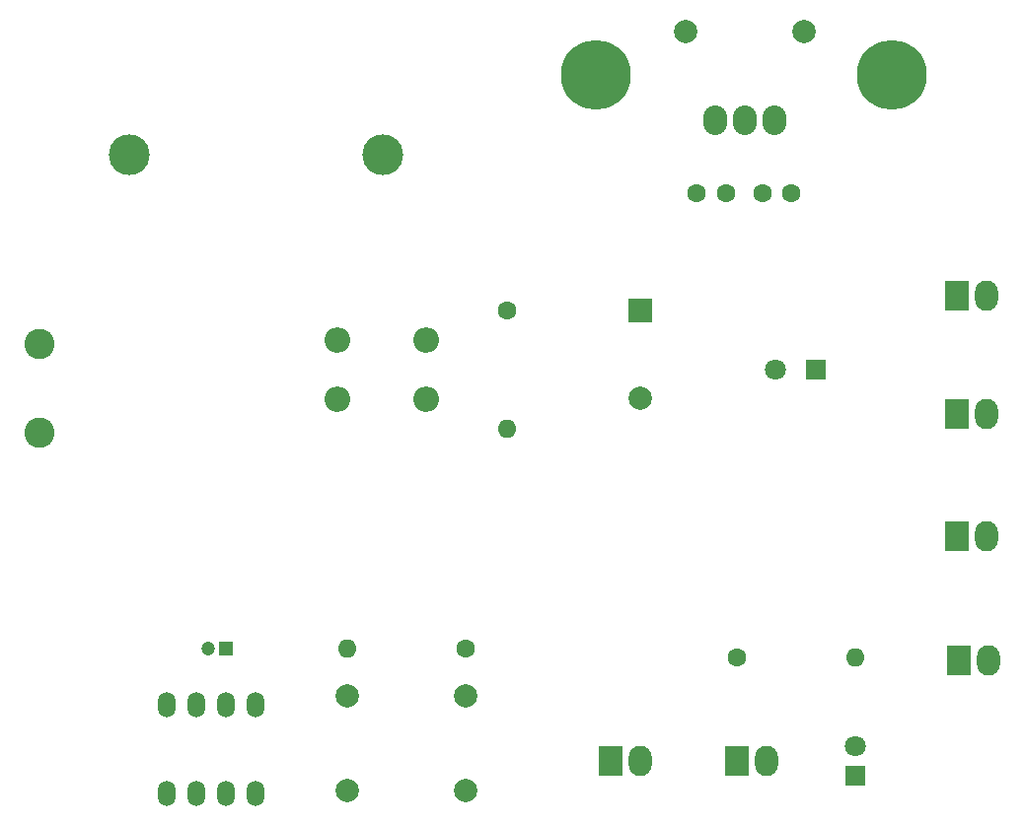
<source format=gbr>
G04 #@! TF.FileFunction,Copper,L1,Top,Signal*
%FSLAX46Y46*%
G04 Gerber Fmt 4.6, Leading zero omitted, Abs format (unit mm)*
G04 Created by KiCad (PCBNEW 4.0.7) date 04/22/18 21:34:49*
%MOMM*%
%LPD*%
G01*
G04 APERTURE LIST*
%ADD10C,0.100000*%
%ADD11R,2.000000X2.600000*%
%ADD12O,2.000000X2.600000*%
%ADD13R,2.000000X2.000000*%
%ADD14C,2.000000*%
%ADD15R,1.200000X1.200000*%
%ADD16C,1.200000*%
%ADD17R,1.800000X1.800000*%
%ADD18C,1.800000*%
%ADD19O,2.199640X2.199640*%
%ADD20C,1.998980*%
%ADD21C,3.500120*%
%ADD22O,1.501140X2.199640*%
%ADD23O,2.032000X2.540000*%
%ADD24C,2.600000*%
%ADD25C,5.999480*%
%ADD26C,1.600000*%
%ADD27O,1.600000X1.600000*%
G04 APERTURE END LIST*
D10*
D11*
X180848000Y-102235000D03*
D12*
X183388000Y-102235000D03*
D13*
X153670000Y-93405000D03*
D14*
X153670000Y-100905000D03*
D15*
X118098000Y-122428000D03*
D16*
X116598000Y-122428000D03*
D17*
X168755000Y-98425000D03*
D18*
X165255000Y-98425000D03*
D19*
X135255000Y-100965000D03*
X135255000Y-95885000D03*
X127635000Y-95885000D03*
X127635000Y-100965000D03*
D20*
X157543500Y-69405500D03*
X167703500Y-69405500D03*
X138684000Y-126492000D03*
X128524000Y-126492000D03*
X128524000Y-134620000D03*
X138684000Y-134620000D03*
D21*
X109766100Y-80010000D03*
X131533900Y-80010000D03*
D22*
X113030000Y-134874000D03*
X115570000Y-134874000D03*
X118110000Y-134874000D03*
X120650000Y-134874000D03*
X120650000Y-127254000D03*
X118110000Y-127254000D03*
X115570000Y-127254000D03*
X113030000Y-127254000D03*
D23*
X162623500Y-77025500D03*
X165163500Y-77025500D03*
X160083500Y-77025500D03*
D24*
X102108000Y-96266000D03*
X102108000Y-103886000D03*
D25*
X175260000Y-73152000D03*
X149860000Y-73152000D03*
D17*
X172085000Y-133350000D03*
D18*
X172085000Y-130810000D03*
D26*
X161925000Y-123190000D03*
D27*
X172085000Y-123190000D03*
D26*
X158496000Y-83312000D03*
X160996000Y-83312000D03*
X166624000Y-83312000D03*
X164124000Y-83312000D03*
D11*
X180848000Y-92075000D03*
D12*
X183388000Y-92075000D03*
D11*
X151130000Y-132080000D03*
D12*
X153670000Y-132080000D03*
D11*
X180848000Y-112776000D03*
D12*
X183388000Y-112776000D03*
D11*
X180975000Y-123444000D03*
D12*
X183515000Y-123444000D03*
D11*
X161925000Y-132080000D03*
D12*
X164465000Y-132080000D03*
D26*
X138684000Y-122428000D03*
D27*
X128524000Y-122428000D03*
D26*
X142240000Y-93345000D03*
D27*
X142240000Y-103505000D03*
M02*

</source>
